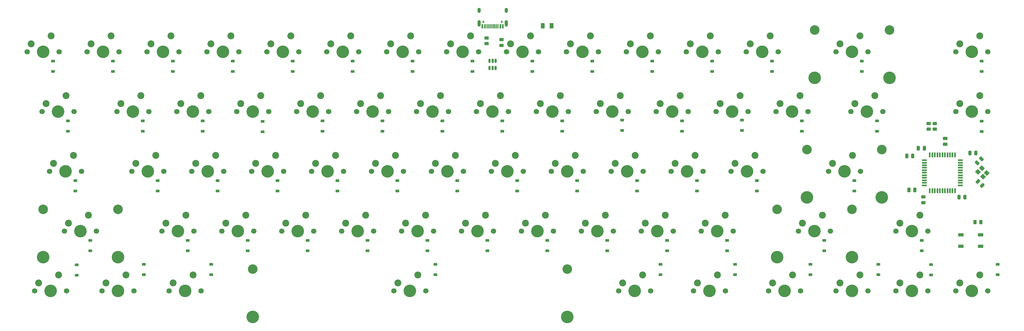
<source format=gbr>
G04 #@! TF.GenerationSoftware,KiCad,Pcbnew,8.0.2*
G04 #@! TF.CreationDate,2025-03-10T15:51:09-05:00*
G04 #@! TF.ProjectId,65,36352e6b-6963-4616-945f-706362585858,rev?*
G04 #@! TF.SameCoordinates,Original*
G04 #@! TF.FileFunction,Soldermask,Bot*
G04 #@! TF.FilePolarity,Negative*
%FSLAX46Y46*%
G04 Gerber Fmt 4.6, Leading zero omitted, Abs format (unit mm)*
G04 Created by KiCad (PCBNEW 8.0.2) date 2025-03-10 15:51:09*
%MOMM*%
%LPD*%
G01*
G04 APERTURE LIST*
G04 Aperture macros list*
%AMRoundRect*
0 Rectangle with rounded corners*
0 $1 Rounding radius*
0 $2 $3 $4 $5 $6 $7 $8 $9 X,Y pos of 4 corners*
0 Add a 4 corners polygon primitive as box body*
4,1,4,$2,$3,$4,$5,$6,$7,$8,$9,$2,$3,0*
0 Add four circle primitives for the rounded corners*
1,1,$1+$1,$2,$3*
1,1,$1+$1,$4,$5*
1,1,$1+$1,$6,$7*
1,1,$1+$1,$8,$9*
0 Add four rect primitives between the rounded corners*
20,1,$1+$1,$2,$3,$4,$5,0*
20,1,$1+$1,$4,$5,$6,$7,0*
20,1,$1+$1,$6,$7,$8,$9,0*
20,1,$1+$1,$8,$9,$2,$3,0*%
%AMRotRect*
0 Rectangle, with rotation*
0 The origin of the aperture is its center*
0 $1 length*
0 $2 width*
0 $3 Rotation angle, in degrees counterclockwise*
0 Add horizontal line*
21,1,$1,$2,0,0,$3*%
G04 Aperture macros list end*
%ADD10C,1.700000*%
%ADD11C,4.000000*%
%ADD12C,2.200000*%
%ADD13C,3.050000*%
%ADD14RoundRect,0.225000X0.375000X-0.225000X0.375000X0.225000X-0.375000X0.225000X-0.375000X-0.225000X0*%
%ADD15RoundRect,0.250000X-0.250000X-0.475000X0.250000X-0.475000X0.250000X0.475000X-0.250000X0.475000X0*%
%ADD16RoundRect,0.250000X-0.375000X-0.625000X0.375000X-0.625000X0.375000X0.625000X-0.375000X0.625000X0*%
%ADD17C,0.650000*%
%ADD18R,0.600000X1.450000*%
%ADD19R,0.300000X1.450000*%
%ADD20O,1.000000X1.600000*%
%ADD21O,1.000000X2.100000*%
%ADD22RoundRect,0.250000X0.250000X0.475000X-0.250000X0.475000X-0.250000X-0.475000X0.250000X-0.475000X0*%
%ADD23RoundRect,0.250000X-0.450000X0.262500X-0.450000X-0.262500X0.450000X-0.262500X0.450000X0.262500X0*%
%ADD24RoundRect,0.250000X0.450000X-0.262500X0.450000X0.262500X-0.450000X0.262500X-0.450000X-0.262500X0*%
%ADD25RoundRect,0.225000X-0.375000X0.225000X-0.375000X-0.225000X0.375000X-0.225000X0.375000X0.225000X0*%
%ADD26RoundRect,0.250000X-0.262500X-0.450000X0.262500X-0.450000X0.262500X0.450000X-0.262500X0.450000X0*%
%ADD27RoundRect,0.250000X0.475000X-0.250000X0.475000X0.250000X-0.475000X0.250000X-0.475000X-0.250000X0*%
%ADD28RoundRect,0.250000X-0.512652X-0.159099X-0.159099X-0.512652X0.512652X0.159099X0.159099X0.512652X0*%
%ADD29R,0.550000X1.500000*%
%ADD30R,1.500000X0.550000*%
%ADD31RoundRect,0.250000X0.159099X-0.512652X0.512652X-0.159099X-0.159099X0.512652X-0.512652X0.159099X0*%
%ADD32RoundRect,0.150000X-0.150000X0.512500X-0.150000X-0.512500X0.150000X-0.512500X0.150000X0.512500X0*%
%ADD33RotRect,1.400000X1.200000X315.000000*%
%ADD34R,1.800000X1.100000*%
G04 APERTURE END LIST*
D10*
X349771000Y-104380000D03*
D11*
X354851000Y-104380000D03*
D10*
X359931000Y-104380000D03*
D12*
X351041000Y-101840000D03*
X357391000Y-99300000D03*
D10*
X240233500Y-142480000D03*
D11*
X245313500Y-142480000D03*
D10*
X250393500Y-142480000D03*
D12*
X241503500Y-139940000D03*
X247853500Y-137400000D03*
D10*
X73550000Y-104380000D03*
D11*
X78630000Y-104380000D03*
D10*
X83710000Y-104380000D03*
D12*
X74820000Y-101840000D03*
X81170000Y-99300000D03*
D10*
X111650000Y-104380000D03*
D11*
X116730000Y-104380000D03*
D10*
X121810000Y-104380000D03*
D12*
X112920000Y-101840000D03*
X119270000Y-99300000D03*
D10*
X54500000Y-104380000D03*
D11*
X59580000Y-104380000D03*
D10*
X64660000Y-104380000D03*
D12*
X55770000Y-101840000D03*
X62120000Y-99300000D03*
D10*
X187850000Y-104380000D03*
D11*
X192930000Y-104380000D03*
D10*
X198010000Y-104380000D03*
D12*
X189120000Y-101840000D03*
X195470000Y-99300000D03*
D10*
X144983500Y-142480000D03*
D11*
X150063500Y-142480000D03*
D10*
X155143500Y-142480000D03*
D12*
X146253500Y-139940000D03*
X152603500Y-137400000D03*
D13*
X292946000Y-154530000D03*
D11*
X292946000Y-169770000D03*
D10*
X299766000Y-161530000D03*
D11*
X304846000Y-161530000D03*
D10*
X309926000Y-161530000D03*
D13*
X316746000Y-154530000D03*
D11*
X316746000Y-169770000D03*
D12*
X301036000Y-158990000D03*
X307386000Y-156450000D03*
D10*
X268810500Y-161530000D03*
D11*
X273890500Y-161530000D03*
D10*
X278970500Y-161530000D03*
D12*
X270080500Y-158990000D03*
X276430500Y-156450000D03*
D10*
X230710500Y-161530000D03*
D11*
X235790500Y-161530000D03*
D10*
X240870500Y-161530000D03*
D12*
X231980500Y-158990000D03*
X238330500Y-156450000D03*
D10*
X135460500Y-161530000D03*
D11*
X140540500Y-161530000D03*
D10*
X145620500Y-161530000D03*
D12*
X136730500Y-158990000D03*
X143080500Y-156450000D03*
D10*
X349771000Y-180580000D03*
D11*
X354851000Y-180580000D03*
D10*
X359931000Y-180580000D03*
D12*
X351041000Y-178040000D03*
X357391000Y-175500000D03*
D10*
X278333500Y-142480000D03*
D11*
X283413500Y-142480000D03*
D10*
X288493500Y-142480000D03*
D12*
X279603500Y-139940000D03*
X285953500Y-137400000D03*
D10*
X242616000Y-180580000D03*
D11*
X247696000Y-180580000D03*
D10*
X252776000Y-180580000D03*
D12*
X243886000Y-178040000D03*
X250236000Y-175500000D03*
D10*
X259283500Y-142480000D03*
D11*
X264363500Y-142480000D03*
D10*
X269443500Y-142480000D03*
D12*
X260553500Y-139940000D03*
X266903500Y-137400000D03*
D10*
X283100000Y-104380000D03*
D11*
X288180000Y-104380000D03*
D10*
X293260000Y-104380000D03*
D12*
X284370000Y-101840000D03*
X290720000Y-99300000D03*
D10*
X149750000Y-104380000D03*
D11*
X154830000Y-104380000D03*
D10*
X159910000Y-104380000D03*
D12*
X151020000Y-101840000D03*
X157370000Y-99300000D03*
D10*
X56880000Y-180580000D03*
D11*
X61960000Y-180580000D03*
D10*
X67040000Y-180580000D03*
D12*
X58150000Y-178040000D03*
X64500000Y-175500000D03*
D10*
X264050000Y-104380000D03*
D11*
X269130000Y-104380000D03*
D10*
X274210000Y-104380000D03*
D12*
X265320000Y-101840000D03*
X271670000Y-99300000D03*
D10*
X330721000Y-180580000D03*
D11*
X335801000Y-180580000D03*
D10*
X340881000Y-180580000D03*
D12*
X331991000Y-178040000D03*
X338341000Y-175500000D03*
D10*
X116420000Y-161530000D03*
D11*
X121500000Y-161530000D03*
D10*
X126580000Y-161530000D03*
D12*
X117690000Y-158990000D03*
X124040000Y-156450000D03*
D10*
X164033500Y-142480000D03*
D11*
X169113500Y-142480000D03*
D10*
X174193500Y-142480000D03*
D12*
X165303500Y-139940000D03*
X171653500Y-137400000D03*
D10*
X273574000Y-123430000D03*
D11*
X278654000Y-123430000D03*
D10*
X283734000Y-123430000D03*
D12*
X274844000Y-120890000D03*
X281194000Y-118350000D03*
D10*
X292624000Y-123430000D03*
D11*
X297704000Y-123430000D03*
D10*
X302784000Y-123430000D03*
D12*
X293894000Y-120890000D03*
X300244000Y-118350000D03*
D10*
X125933500Y-142480000D03*
D11*
X131013500Y-142480000D03*
D10*
X136093500Y-142480000D03*
D12*
X127203500Y-139940000D03*
X133553500Y-137400000D03*
D13*
X59585000Y-154530000D03*
D11*
X59585000Y-169770000D03*
D10*
X66405000Y-161530000D03*
D11*
X71485000Y-161530000D03*
D10*
X76565000Y-161530000D03*
D13*
X83385000Y-154530000D03*
D11*
X83385000Y-169770000D03*
D12*
X67675000Y-158990000D03*
X74025000Y-156450000D03*
D13*
X126212500Y-173580000D03*
D11*
X126212500Y-188820000D03*
D10*
X171132500Y-180580000D03*
D11*
X176212500Y-180580000D03*
D10*
X181292500Y-180580000D03*
D13*
X226212500Y-173580000D03*
D11*
X226212500Y-188820000D03*
D12*
X172402500Y-178040000D03*
X178752500Y-175500000D03*
D10*
X97360500Y-161530000D03*
D11*
X102440500Y-161530000D03*
D10*
X107520500Y-161530000D03*
D12*
X98630500Y-158990000D03*
X104980500Y-156450000D03*
D10*
X216424000Y-123430000D03*
D11*
X221504000Y-123430000D03*
D10*
X226584000Y-123430000D03*
D12*
X217694000Y-120890000D03*
X224044000Y-118350000D03*
D10*
X121174000Y-123430000D03*
D11*
X126254000Y-123430000D03*
D10*
X131334000Y-123430000D03*
D12*
X122444000Y-120890000D03*
X128794000Y-118350000D03*
D10*
X102124000Y-123430000D03*
D11*
X107204000Y-123430000D03*
D10*
X112284000Y-123430000D03*
D12*
X103394000Y-120890000D03*
X109744000Y-118350000D03*
D10*
X173560500Y-161530000D03*
D11*
X178640500Y-161530000D03*
D10*
X183720500Y-161530000D03*
D12*
X174830500Y-158990000D03*
X181180500Y-156450000D03*
D10*
X349771000Y-123430000D03*
D11*
X354851000Y-123430000D03*
D10*
X359931000Y-123430000D03*
D12*
X351041000Y-120890000D03*
X357391000Y-118350000D03*
D10*
X330721000Y-161530000D03*
D11*
X335801000Y-161530000D03*
D10*
X340881000Y-161530000D03*
D12*
X331991000Y-158990000D03*
X338341000Y-156450000D03*
D10*
X245000000Y-104380000D03*
D11*
X250080000Y-104380000D03*
D10*
X255160000Y-104380000D03*
D12*
X246270000Y-101840000D03*
X252620000Y-99300000D03*
X200230500Y-156450000D03*
X193880500Y-158990000D03*
D10*
X202770500Y-161530000D03*
D11*
X197690500Y-161530000D03*
D10*
X192610500Y-161530000D03*
X59260000Y-123430000D03*
D11*
X64340000Y-123430000D03*
D10*
X69420000Y-123430000D03*
D12*
X60530000Y-120890000D03*
X66880000Y-118350000D03*
D10*
X290240000Y-180580000D03*
D11*
X295320000Y-180580000D03*
D10*
X300400000Y-180580000D03*
D12*
X291510000Y-178040000D03*
X297860000Y-175500000D03*
D10*
X211660500Y-161530000D03*
D11*
X216740500Y-161530000D03*
D10*
X221820500Y-161530000D03*
D12*
X212930500Y-158990000D03*
X219280500Y-156450000D03*
D10*
X225950000Y-104380000D03*
D11*
X231030000Y-104380000D03*
D10*
X236110000Y-104380000D03*
D12*
X227220000Y-101840000D03*
X233570000Y-99300000D03*
D10*
X83074000Y-123430000D03*
D11*
X88154000Y-123430000D03*
D10*
X93234000Y-123430000D03*
D12*
X84344000Y-120890000D03*
X90694000Y-118350000D03*
D10*
X106880000Y-142480000D03*
D11*
X111960000Y-142480000D03*
D10*
X117040000Y-142480000D03*
D12*
X108150000Y-139940000D03*
X114500000Y-137400000D03*
D10*
X140224000Y-123430000D03*
D11*
X145304000Y-123430000D03*
D10*
X150384000Y-123430000D03*
D12*
X141494000Y-120890000D03*
X147844000Y-118350000D03*
D10*
X168800000Y-104380000D03*
D11*
X173880000Y-104380000D03*
D10*
X178960000Y-104380000D03*
D12*
X170070000Y-101840000D03*
X176420000Y-99300000D03*
D10*
X87833500Y-142480000D03*
D11*
X92913500Y-142480000D03*
D10*
X97993500Y-142480000D03*
D12*
X89103500Y-139940000D03*
X95453500Y-137400000D03*
D10*
X266382500Y-180580000D03*
D11*
X271462500Y-180580000D03*
D10*
X276542500Y-180580000D03*
D12*
X267652500Y-178040000D03*
X274002500Y-175500000D03*
D13*
X304855000Y-97380000D03*
D11*
X304855000Y-112620000D03*
D10*
X311675000Y-104380000D03*
D11*
X316755000Y-104380000D03*
D10*
X321835000Y-104380000D03*
D13*
X328655000Y-97380000D03*
D11*
X328655000Y-112620000D03*
D12*
X312945000Y-101840000D03*
X319295000Y-99300000D03*
D10*
X92600000Y-104380000D03*
D11*
X97680000Y-104380000D03*
D10*
X102760000Y-104380000D03*
D12*
X93870000Y-101840000D03*
X100220000Y-99300000D03*
D10*
X99695000Y-180580000D03*
D11*
X104775000Y-180580000D03*
D10*
X109855000Y-180580000D03*
D12*
X100965000Y-178040000D03*
X107315000Y-175500000D03*
D10*
X154510500Y-161530000D03*
D11*
X159590500Y-161530000D03*
D10*
X164670500Y-161530000D03*
D12*
X155780500Y-158990000D03*
X162130500Y-156450000D03*
D10*
X197374000Y-123430000D03*
D11*
X202454000Y-123430000D03*
D10*
X207534000Y-123430000D03*
D12*
X198644000Y-120890000D03*
X204994000Y-118350000D03*
D10*
X235474000Y-123430000D03*
D11*
X240554000Y-123430000D03*
D10*
X245634000Y-123430000D03*
D12*
X236744000Y-120890000D03*
X243094000Y-118350000D03*
D10*
X249760500Y-161530000D03*
D11*
X254840500Y-161530000D03*
D10*
X259920500Y-161530000D03*
D12*
X251030500Y-158990000D03*
X257380500Y-156450000D03*
D13*
X302469000Y-135480000D03*
D11*
X302469000Y-150720000D03*
D10*
X309289000Y-142480000D03*
D11*
X314369000Y-142480000D03*
D10*
X319449000Y-142480000D03*
D13*
X326269000Y-135480000D03*
D11*
X326269000Y-150720000D03*
D12*
X310559000Y-139940000D03*
X316909000Y-137400000D03*
D10*
X61640000Y-142480000D03*
D11*
X66720000Y-142480000D03*
D10*
X71800000Y-142480000D03*
D12*
X62910000Y-139940000D03*
X69260000Y-137400000D03*
D10*
X206900000Y-104380000D03*
D11*
X211980000Y-104380000D03*
D10*
X217060000Y-104380000D03*
D12*
X208170000Y-101840000D03*
X214520000Y-99300000D03*
D10*
X316418000Y-123430000D03*
D11*
X321498000Y-123430000D03*
D10*
X326578000Y-123430000D03*
D12*
X317688000Y-120890000D03*
X324038000Y-118350000D03*
D10*
X221183500Y-142480000D03*
D11*
X226263500Y-142480000D03*
D10*
X231343500Y-142480000D03*
D12*
X222453500Y-139940000D03*
X228803500Y-137400000D03*
D10*
X130700000Y-104380000D03*
D11*
X135780000Y-104380000D03*
D10*
X140860000Y-104380000D03*
D12*
X131970000Y-101840000D03*
X138320000Y-99300000D03*
D10*
X159274000Y-123430000D03*
D11*
X164354000Y-123430000D03*
D10*
X169434000Y-123430000D03*
D12*
X160544000Y-120890000D03*
X166894000Y-118350000D03*
D10*
X183083500Y-142480000D03*
D11*
X188163500Y-142480000D03*
D10*
X193243500Y-142480000D03*
D12*
X184353500Y-139940000D03*
X190703500Y-137400000D03*
D10*
X254524000Y-123430000D03*
D11*
X259604000Y-123430000D03*
D10*
X264684000Y-123430000D03*
D12*
X255794000Y-120890000D03*
X262144000Y-118350000D03*
D10*
X311671000Y-180580000D03*
D11*
X316751000Y-180580000D03*
D10*
X321831000Y-180580000D03*
D12*
X312941000Y-178040000D03*
X319291000Y-175500000D03*
D10*
X178324000Y-123430000D03*
D11*
X183404000Y-123430000D03*
D10*
X188484000Y-123430000D03*
D12*
X179594000Y-120890000D03*
X185944000Y-118350000D03*
D10*
X78311000Y-180580000D03*
D11*
X83391000Y-180580000D03*
D10*
X88471000Y-180580000D03*
D12*
X79581000Y-178040000D03*
X85931000Y-175500000D03*
D10*
X202133500Y-142480000D03*
D11*
X207213500Y-142480000D03*
D10*
X212293500Y-142480000D03*
D12*
X203403500Y-139940000D03*
X209753500Y-137400000D03*
D14*
X248443750Y-148750000D03*
X248443750Y-145450000D03*
X138906250Y-110650000D03*
X138906250Y-107350000D03*
X257968750Y-167770000D03*
X257968750Y-164470000D03*
X253206250Y-110650000D03*
X253206250Y-107350000D03*
X96043750Y-148750000D03*
X96043750Y-145450000D03*
X67468750Y-129700000D03*
X67468750Y-126400000D03*
X267493750Y-148750000D03*
X267493750Y-145450000D03*
X191293750Y-148750000D03*
X191293750Y-145450000D03*
D15*
X350750001Y-150700000D03*
X352649999Y-150700000D03*
D14*
X210343750Y-148750000D03*
X210343750Y-145450000D03*
D16*
X218468751Y-96043750D03*
X221268749Y-96043750D03*
D17*
X199610000Y-94800000D03*
X205390000Y-94800000D03*
D18*
X199250000Y-96245000D03*
X200050000Y-96245000D03*
D19*
X201250000Y-96245000D03*
X202250000Y-96245000D03*
X202750000Y-96245000D03*
X203750000Y-96245000D03*
D18*
X204950000Y-96245000D03*
X205750000Y-96245000D03*
X205750000Y-96245000D03*
X204950000Y-96245000D03*
D19*
X204250000Y-96245000D03*
X203250000Y-96245000D03*
X201750000Y-96245000D03*
X200750000Y-96245000D03*
D18*
X200050000Y-96245000D03*
X199250000Y-96245000D03*
D20*
X198180000Y-91150000D03*
D21*
X198180000Y-95330000D03*
D20*
X206820000Y-91150000D03*
D21*
X206820000Y-95330000D03*
D22*
X339749999Y-135100000D03*
X337850001Y-135100000D03*
D14*
X215106250Y-110650000D03*
X215106250Y-107350000D03*
X229393750Y-148750000D03*
X229393750Y-145450000D03*
D23*
X200558400Y-99925500D03*
X200558400Y-101750500D03*
D14*
X153193750Y-148750000D03*
X153193750Y-145450000D03*
X181768750Y-167770000D03*
X181768750Y-164470000D03*
X162718750Y-167770000D03*
X162718750Y-164470000D03*
D24*
X343100000Y-129012500D03*
X343100000Y-127187500D03*
D25*
X341900000Y-172150000D03*
X341900000Y-175450000D03*
D14*
X238918750Y-167770000D03*
X238918750Y-164470000D03*
X119856250Y-110650000D03*
X119856250Y-107350000D03*
X277018750Y-167770000D03*
X277018750Y-164470000D03*
D23*
X339400000Y-150587500D03*
X339400000Y-152412500D03*
D14*
X74612500Y-167770000D03*
X74612500Y-164470000D03*
X291306250Y-110650000D03*
X291306250Y-107350000D03*
D26*
X355887500Y-158600000D03*
X357712500Y-158600000D03*
D14*
X234156250Y-110650000D03*
X234156250Y-107350000D03*
X262731250Y-129700000D03*
X262731250Y-126400000D03*
X338931250Y-167770000D03*
X338931250Y-164470000D03*
D25*
X255900000Y-172100000D03*
X255900000Y-175400000D03*
D14*
X186531250Y-129700000D03*
X186531250Y-126400000D03*
D24*
X341100000Y-129012500D03*
X341100000Y-127187500D03*
D14*
X317500000Y-148750000D03*
X317500000Y-145450000D03*
X62706250Y-110650000D03*
X62706250Y-107350000D03*
D25*
X279600000Y-172100000D03*
X279600000Y-175400000D03*
X303500000Y-172100000D03*
X303500000Y-175400000D03*
D27*
X346400000Y-133849999D03*
X346400000Y-131950001D03*
D14*
X143668750Y-167770000D03*
X143668750Y-164470000D03*
D25*
X363100000Y-172100000D03*
X363100000Y-175400000D03*
D14*
X357981250Y-110650000D03*
X357981250Y-107350000D03*
D28*
X356828249Y-145628249D03*
X358171751Y-146971751D03*
D14*
X200818750Y-167770000D03*
X200818750Y-164470000D03*
X91281250Y-129700000D03*
X91281250Y-126400000D03*
D29*
X341500000Y-137200000D03*
X342300000Y-137200000D03*
X343100000Y-137200000D03*
X343900000Y-137200000D03*
X344700000Y-137200000D03*
X345500000Y-137200000D03*
X346300000Y-137200000D03*
X347100000Y-137200000D03*
X347900000Y-137200000D03*
X348700000Y-137200000D03*
X349500000Y-137200000D03*
D30*
X351200000Y-138900000D03*
X351200000Y-139700000D03*
X351200000Y-140500000D03*
X351200000Y-141300000D03*
X351200000Y-142100000D03*
X351200000Y-142900000D03*
X351200000Y-143700000D03*
X351200000Y-144500000D03*
X351200000Y-145300000D03*
X351200000Y-146100000D03*
X351200000Y-146900000D03*
D29*
X349500000Y-148600000D03*
X348700000Y-148600000D03*
X347900000Y-148600000D03*
X347100000Y-148600000D03*
X346300000Y-148600000D03*
X345500000Y-148600000D03*
X344700000Y-148600000D03*
X343900000Y-148600000D03*
X343100000Y-148600000D03*
X342300000Y-148600000D03*
X341500000Y-148600000D03*
D30*
X339800000Y-146900000D03*
X339800000Y-146100000D03*
X339800000Y-145300000D03*
X339800000Y-144500000D03*
X339800000Y-143700000D03*
X339800000Y-142900000D03*
X339800000Y-142100000D03*
X339800000Y-141300000D03*
X339800000Y-140500000D03*
X339800000Y-139700000D03*
X339800000Y-138900000D03*
D22*
X336049999Y-137500000D03*
X334150001Y-137500000D03*
D14*
X286543750Y-148750000D03*
X286543750Y-145450000D03*
X167481250Y-129700000D03*
X167481250Y-126400000D03*
X281781250Y-129443750D03*
X281781250Y-126143750D03*
X148431250Y-129700000D03*
X148431250Y-126400000D03*
X129381250Y-129850000D03*
X129381250Y-126550000D03*
D25*
X184300000Y-172100000D03*
X184300000Y-175400000D03*
D31*
X356528249Y-139771751D03*
X357871751Y-138428249D03*
D14*
X324700000Y-129650000D03*
X324700000Y-126350000D03*
X69850000Y-148750000D03*
X69850000Y-145450000D03*
X124618750Y-167770000D03*
X124618750Y-164470000D03*
D25*
X325100000Y-172100000D03*
X325100000Y-175400000D03*
D32*
X201550001Y-107262500D03*
X202500000Y-107262500D03*
X203449999Y-107262500D03*
X203449999Y-109537500D03*
X202500000Y-109537500D03*
X201550001Y-109537500D03*
D25*
X91600000Y-172100000D03*
X91600000Y-175400000D03*
D14*
X243681250Y-129443750D03*
X243681250Y-126143750D03*
D33*
X358023223Y-141421142D03*
X359578858Y-142976777D03*
X358376777Y-144178858D03*
X356821142Y-142623223D03*
D14*
X172243750Y-148750000D03*
X172243750Y-145450000D03*
D34*
X351400000Y-166350001D03*
X357600000Y-166350001D03*
X351400000Y-162649999D03*
X357600000Y-162649999D03*
D14*
X177006250Y-110650000D03*
X177006250Y-107350000D03*
X219868750Y-167770000D03*
X219868750Y-164470000D03*
X196056250Y-110650000D03*
X196056250Y-107350000D03*
X100806250Y-110650000D03*
X100806250Y-107350000D03*
D15*
X354250001Y-136600000D03*
X356149999Y-136600000D03*
D23*
X205300000Y-100487500D03*
X205300000Y-102312500D03*
D14*
X272256250Y-110650000D03*
X272256250Y-107350000D03*
X300831250Y-129700000D03*
X300831250Y-126400000D03*
X115093750Y-148750000D03*
X115093750Y-145450000D03*
X110331250Y-129700000D03*
X110331250Y-126400000D03*
D25*
X70300000Y-172250000D03*
X70300000Y-175550000D03*
D14*
X357981250Y-129750000D03*
X357981250Y-126450000D03*
D22*
X336749999Y-148400000D03*
X334850001Y-148400000D03*
D14*
X205581250Y-129700000D03*
X205581250Y-126400000D03*
X134143750Y-148750000D03*
X134143750Y-145450000D03*
X81756250Y-110650000D03*
X81756250Y-107350000D03*
X319881250Y-110650000D03*
X319881250Y-107350000D03*
X307975000Y-167770000D03*
X307975000Y-164470000D03*
D25*
X113000000Y-172100000D03*
X113000000Y-175400000D03*
D14*
X224631250Y-129700000D03*
X224631250Y-126400000D03*
X157956250Y-110650000D03*
X157956250Y-107350000D03*
X105568750Y-167770000D03*
X105568750Y-164470000D03*
M02*

</source>
